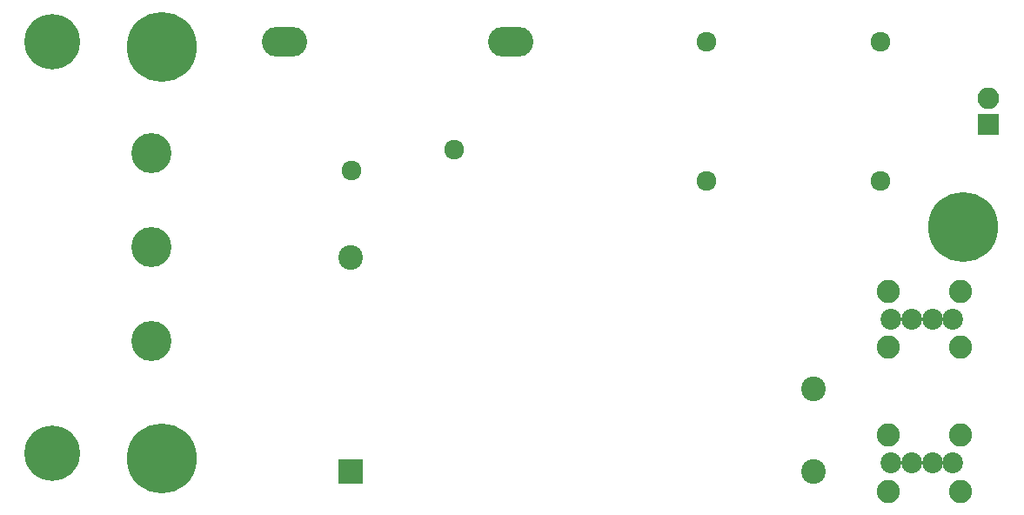
<source format=gbr>
G04 #@! TF.FileFunction,Soldermask,Bot*
%FSLAX46Y46*%
G04 Gerber Fmt 4.6, Leading zero omitted, Abs format (unit mm)*
G04 Created by KiCad (PCBNEW 4.0.7) date 08/27/18 20:28:57*
%MOMM*%
%LPD*%
G01*
G04 APERTURE LIST*
%ADD10C,0.100000*%
%ADD11C,1.924000*%
%ADD12C,6.800000*%
%ADD13C,2.400000*%
%ADD14R,2.400000X2.400000*%
%ADD15O,4.400000X2.900000*%
%ADD16R,2.100000X2.100000*%
%ADD17O,2.100000X2.100000*%
%ADD18C,2.020000*%
%ADD19C,2.250000*%
%ADD20C,3.900000*%
%ADD21C,5.400000*%
G04 APERTURE END LIST*
D10*
D11*
X123000000Y-57000000D03*
X123000000Y-70500000D03*
X140000000Y-57000000D03*
X140000000Y-70500000D03*
D12*
X70000000Y-97500000D03*
X70000000Y-57500000D03*
D13*
X133400000Y-90800000D03*
X133400000Y-98800000D03*
X88400000Y-78000000D03*
D14*
X88400000Y-98800000D03*
D15*
X82000000Y-57000000D03*
X104000000Y-57000000D03*
D16*
X150500000Y-65000000D03*
D17*
X150500000Y-62460000D03*
D18*
X147000000Y-98000000D03*
X145000000Y-98000000D03*
X143000000Y-98000000D03*
D19*
X147730000Y-100720000D03*
D18*
X141000000Y-98000000D03*
D19*
X140730000Y-100720000D03*
X147730000Y-95280000D03*
X140730000Y-95280000D03*
D18*
X147000000Y-84000000D03*
X145000000Y-84000000D03*
X143000000Y-84000000D03*
D19*
X147730000Y-86720000D03*
D18*
X141000000Y-84000000D03*
D19*
X140730000Y-86720000D03*
X147730000Y-81280000D03*
X140730000Y-81280000D03*
D20*
X69000000Y-77000000D03*
X69000000Y-86140000D03*
X69000000Y-67860000D03*
D21*
X59350000Y-97000000D03*
X59350000Y-57000000D03*
D11*
X98500000Y-67500000D03*
X88500000Y-69500000D03*
D12*
X148000000Y-75000000D03*
M02*

</source>
